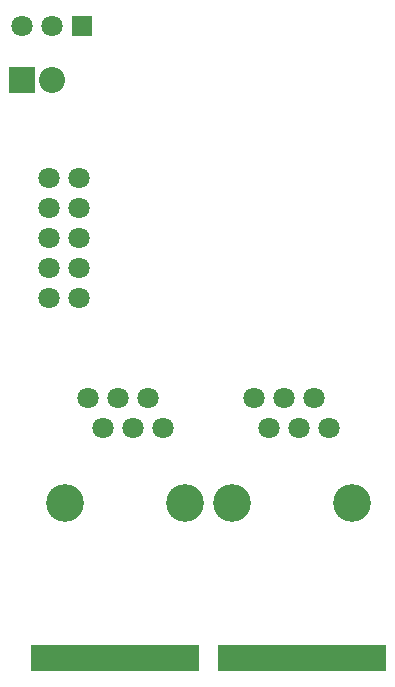
<source format=gbs>
G04*
G04 #@! TF.GenerationSoftware,Altium Limited,Altium Designer,18.0.12 (696)*
G04*
G04 Layer_Color=16711935*
%FSLAX44Y44*%
%MOMM*%
G71*
G01*
G75*
%ADD34R,14.2032X2.2032*%
%ADD35C,1.8032*%
%ADD36C,2.2032*%
%ADD37R,2.2032X2.2032*%
%ADD38R,1.8032X1.8032*%
%ADD39C,3.2032*%
D34*
X1097788Y327660D02*
D03*
X1255776D02*
D03*
D35*
X1067054Y632460D02*
D03*
X1041654D02*
D03*
X1067054Y657860D02*
D03*
X1041654D02*
D03*
X1067054Y683260D02*
D03*
X1041654D02*
D03*
X1067054Y708660D02*
D03*
X1041654D02*
D03*
X1067054Y734060D02*
D03*
X1041654D02*
D03*
X1138174Y521970D02*
D03*
X1125474Y547370D02*
D03*
X1112774Y521970D02*
D03*
X1100074Y547370D02*
D03*
X1087374Y521970D02*
D03*
X1074674Y547370D02*
D03*
X1279144Y521970D02*
D03*
X1266444Y547370D02*
D03*
X1253744Y521970D02*
D03*
X1241044Y547370D02*
D03*
X1228344Y521970D02*
D03*
X1215644Y547370D02*
D03*
X1044702Y862076D02*
D03*
X1019302D02*
D03*
D36*
X1044702Y816864D02*
D03*
D37*
X1019302D02*
D03*
D38*
X1070102Y862076D02*
D03*
D39*
X1157224Y458470D02*
D03*
X1055624D02*
D03*
X1298194D02*
D03*
X1196594D02*
D03*
M02*

</source>
